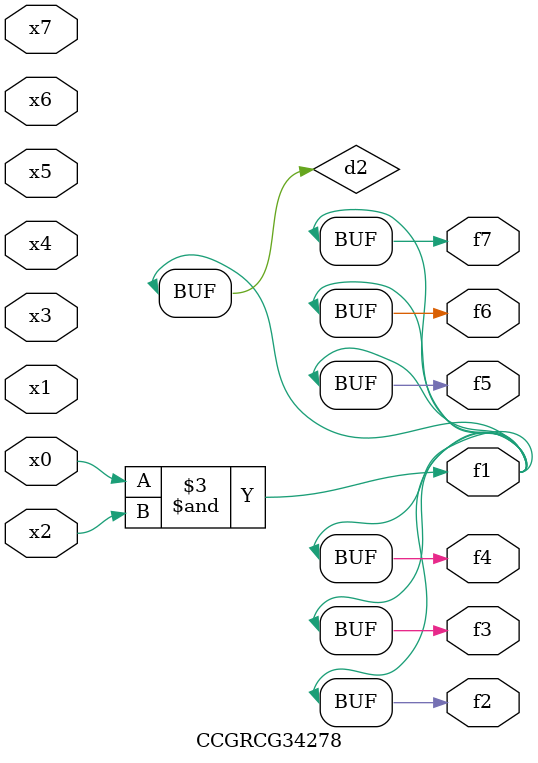
<source format=v>
module CCGRCG34278(
	input x0, x1, x2, x3, x4, x5, x6, x7,
	output f1, f2, f3, f4, f5, f6, f7
);

	wire d1, d2;

	nor (d1, x3, x6);
	and (d2, x0, x2);
	assign f1 = d2;
	assign f2 = d2;
	assign f3 = d2;
	assign f4 = d2;
	assign f5 = d2;
	assign f6 = d2;
	assign f7 = d2;
endmodule

</source>
